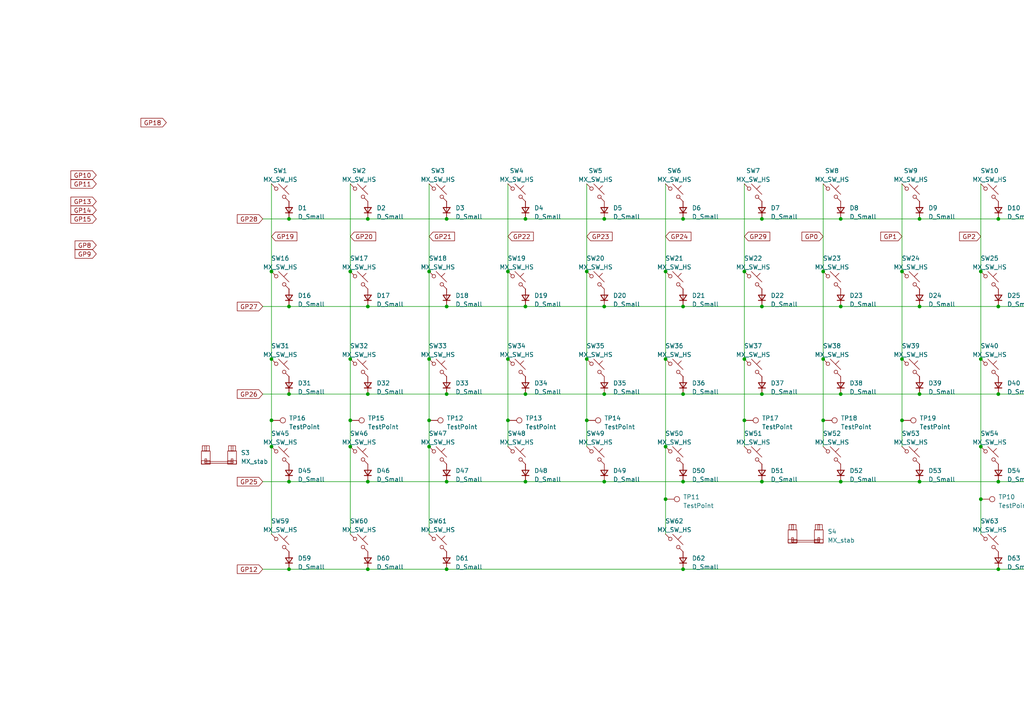
<source format=kicad_sch>
(kicad_sch (version 20230121) (generator eeschema)
  (paper "A4")
  (lib_symbols
    (symbol "Connector:TestPoint" (pin_numbers hide) (pin_names (offset 0.762) hide)
      (property "Reference" "TP" (at 0 6.858 0))
      (property "Value" "TestPoint" (at 0 5.08 0))
      (symbol "TestPoint_1_1"
        (pin passive line (at 0 0 90) (length 2.54) (name "1") (number "1"))
      )
    )
    (symbol "Device:D_Small" (pin_numbers hide) (pin_names (offset 0.254) hide)
      (property "Reference" "D" (at -1.27 2.032 0))
      (property "Value" "D_Small" (at -3.81 -2.032 0))
      (symbol "D_Small_1_1"
        (pin passive line (at -2.54 0 0) (length 1.778) (name "K") (number "1"))
        (pin passive line (at 2.54 0 180) (length 1.778) (name "A") (number "2"))
      )
    )
    (symbol "PCM_marbastlib-various:ROT_SKYLOONG_HS-Switch" (pin_names hide) (in_bom no)
      (property "Reference" "SW" (at 0 8.89 0))
      (property "Value" "ROT_SKYLOONG_HS" (at 0 6.35 0))
      (symbol "ROT_SKYLOONG_HS-Switch_1_1"
        (pin passive line (at -7.62 2.54 0) (length 2.54) (name "A") (number "A"))
        (pin passive line (at -7.62 -2.54 0) (length 2.54) (name "B") (number "B"))
        (pin passive line (at -7.62 0 0) (length 2.54) (name "C") (number "C"))
        (pin passive line (at 7.62 2.54 180) (length 2.54) (name "S") (number "S"))
      )
    )
    (symbol "marbastlib-mx:MX_SW_HS" (pin_numbers hide) (pin_names (offset 1.016) hide)
      (property "Reference" "SW" (at 3.048 1.016 0))
      (property "Value" "MX_SW_HS" (at 0 -3.81 0))
      (symbol "MX_SW_HS_0_1"
        (pin passive line (at -2.54 2.54 0) (length 0) (name "1") (number "1"))
        (pin passive line (at 2.54 -2.54 180) (length 0) (name "2") (number "2"))
      )
    )
    (symbol "marbastlib-mx:MX_stab" (pin_names (offset 1.016))
      (property "Reference" "S" (at -5.08 6.35 0))
      (property "Value" "MX_stab" (at -5.08 3.81 0))
    )
  )
  (junction (at 170.18 78.74))
  (junction (at 353.06 144.78))
  (junction (at 335.28 139.7))
  (junction (at 83.82 114.3))
  (junction (at 220.98 114.3))
  (junction (at 358.14 165.1))
  (junction (at 353.06 104.14))
  (junction (at 238.76 104.14))
  (junction (at 266.7 63.5))
  (junction (at 198.12 139.7))
  (junction (at 129.54 165.1))
  (junction (at 106.68 165.1))
  (junction (at 289.56 63.5))
  (junction (at 284.48 129.54))
  (junction (at 330.2 144.78))
  (junction (at 193.04 78.74))
  (junction (at 147.32 78.74))
  (junction (at 152.4 114.3))
  (junction (at 129.54 114.3))
  (junction (at 147.32 121.92))
  (junction (at 312.42 139.7))
  (junction (at 307.34 78.74))
  (junction (at 261.62 104.14))
  (junction (at 220.98 139.7))
  (junction (at 175.26 63.5))
  (junction (at 266.7 88.9))
  (junction (at 289.56 114.3))
  (junction (at 106.68 139.7))
  (junction (at 330.2 104.14))
  (junction (at 220.98 88.9))
  (junction (at 152.4 63.5))
  (junction (at 243.84 63.5))
  (junction (at 358.14 63.5))
  (junction (at 307.34 129.54))
  (junction (at 289.56 165.1))
  (junction (at 289.56 139.7))
  (junction (at 193.04 144.78))
  (junction (at 83.82 88.9))
  (junction (at 284.48 104.14))
  (junction (at 403.86 88.9))
  (junction (at 330.2 129.54))
  (junction (at 335.28 114.3))
  (junction (at 198.12 114.3))
  (junction (at 198.12 165.1))
  (junction (at 353.06 78.74))
  (junction (at 375.92 71.12))
  (junction (at 381 88.9))
  (junction (at 353.06 129.54))
  (junction (at 284.48 144.78))
  (junction (at 398.78 78.74))
  (junction (at 170.18 104.14))
  (junction (at 358.14 139.7))
  (junction (at 193.04 129.54))
  (junction (at 312.42 165.1))
  (junction (at 78.74 121.92))
  (junction (at 307.34 144.78))
  (junction (at 243.84 139.7))
  (junction (at 284.48 78.74))
  (junction (at 261.62 78.74))
  (junction (at 238.76 78.74))
  (junction (at 403.86 139.7))
  (junction (at 243.84 88.9))
  (junction (at 101.6 121.92))
  (junction (at 238.76 121.92))
  (junction (at 243.84 114.3))
  (junction (at 124.46 104.14))
  (junction (at 335.28 63.5))
  (junction (at 261.62 121.92))
  (junction (at 398.78 129.54))
  (junction (at 101.6 104.14))
  (junction (at 403.86 165.1))
  (junction (at 335.28 88.9))
  (junction (at 312.42 88.9))
  (junction (at 358.14 88.9))
  (junction (at 152.4 139.7))
  (junction (at 78.74 129.54))
  (junction (at 289.56 88.9))
  (junction (at 124.46 78.74))
  (junction (at 106.68 88.9))
  (junction (at 124.46 121.92))
  (junction (at 312.42 114.3))
  (junction (at 78.74 104.14))
  (junction (at 312.42 63.5))
  (junction (at 101.6 78.74))
  (junction (at 398.78 144.78))
  (junction (at 175.26 88.9))
  (junction (at 266.7 139.7))
  (junction (at 398.78 104.14))
  (junction (at 175.26 139.7))
  (junction (at 170.18 121.92))
  (junction (at 220.98 63.5))
  (junction (at 175.26 114.3))
  (junction (at 83.82 63.5))
  (junction (at 403.86 114.3))
  (junction (at 215.9 78.74))
  (junction (at 124.46 129.54))
  (junction (at 129.54 88.9))
  (junction (at 215.9 121.92))
  (junction (at 129.54 139.7))
  (junction (at 83.82 139.7))
  (junction (at 266.7 114.3))
  (junction (at 106.68 63.5))
  (junction (at 403.86 63.5))
  (junction (at 83.82 165.1))
  (junction (at 198.12 88.9))
  (junction (at 307.34 104.14))
  (junction (at 106.68 114.3))
  (junction (at 193.04 104.14))
  (junction (at 198.12 63.5))
  (junction (at 335.28 165.1))
  (junction (at 330.2 78.74))
  (junction (at 101.6 129.54))
  (junction (at 129.54 63.5))
  (junction (at 147.32 104.14))
  (junction (at 78.74 78.74))
  (junction (at 152.4 88.9))
  (junction (at 381 63.5))
  (junction (at 215.9 104.14))
  (junction (at 358.14 114.3))
  (no_connect (at 312.42 177.8))
  (no_connect (at 312.42 182.88))
  (no_connect (at 299.72 177.8))
  (no_connect (at 325.12 177.8))
  (no_connect (at 325.12 182.88))
  (no_connect (at 337.82 177.8))
  (no_connect (at 337.82 182.88))
  (no_connect (at 299.72 182.88))
  (wire (pts (xy 175.26 139.7) (xy 198.12 139.7)))
  (wire (pts (xy 198.12 165.1) (xy 289.56 165.1)))
  (wire (pts (xy 101.6 78.74) (xy 101.6 104.14)))
  (wire (pts (xy 193.04 78.74) (xy 193.04 104.14)))
  (wire (pts (xy 152.4 139.7) (xy 175.26 139.7)))
  (wire (pts (xy 170.18 53.34) (xy 170.18 78.74)))
  (wire (pts (xy 289.56 114.3) (xy 312.42 114.3)))
  (wire (pts (xy 335.28 114.3) (xy 358.14 114.3)))
  (wire (pts (xy 358.14 139.7) (xy 403.86 139.7)))
  (wire (pts (xy 419.1 165.1) (xy 403.86 165.1)))
  (wire (pts (xy 289.56 139.7) (xy 312.42 139.7)))
  (wire (pts (xy 78.74 104.14) (xy 78.74 121.92)))
  (wire (pts (xy 106.68 63.5) (xy 129.54 63.5)))
  (wire (pts (xy 193.04 53.34) (xy 193.04 78.74)))
  (wire (pts (xy 243.84 139.7) (xy 266.7 139.7)))
  (wire (pts (xy 129.54 88.9) (xy 152.4 88.9)))
  (wire (pts (xy 307.34 104.14) (xy 307.34 129.54)))
  (wire (pts (xy 193.04 129.54) (xy 193.04 144.78)))
  (wire (pts (xy 398.78 129.54) (xy 398.78 144.78)))
  (wire (pts (xy 175.26 114.3) (xy 198.12 114.3)))
  (wire (pts (xy 175.26 63.5) (xy 198.12 63.5)))
  (wire (pts (xy 175.26 88.9) (xy 198.12 88.9)))
  (wire (pts (xy 358.14 114.3) (xy 403.86 114.3)))
  (wire (pts (xy 198.12 63.5) (xy 220.98 63.5)))
  (wire (pts (xy 220.98 63.5) (xy 243.84 63.5)))
  (wire (pts (xy 289.56 165.1) (xy 312.42 165.1)))
  (wire (pts (xy 124.46 78.74) (xy 124.46 104.14)))
  (wire (pts (xy 76.2 63.5) (xy 83.82 63.5)))
  (wire (pts (xy 398.78 53.34) (xy 398.78 78.74)))
  (wire (pts (xy 101.6 104.14) (xy 101.6 121.92)))
  (wire (pts (xy 243.84 114.3) (xy 266.7 114.3)))
  (wire (pts (xy 83.82 63.5) (xy 106.68 63.5)))
  (wire (pts (xy 353.06 104.14) (xy 353.06 129.54)))
  (wire (pts (xy 358.14 88.9) (xy 381 88.9)))
  (wire (pts (xy 243.84 88.9) (xy 266.7 88.9)))
  (wire (pts (xy 147.32 53.34) (xy 147.32 78.74)))
  (wire (pts (xy 101.6 121.92) (xy 101.6 129.54)))
  (wire (pts (xy 124.46 53.34) (xy 124.46 78.74)))
  (wire (pts (xy 106.68 88.9) (xy 129.54 88.9)))
  (wire (pts (xy 398.78 78.74) (xy 398.78 104.14)))
  (wire (pts (xy 83.82 165.1) (xy 106.68 165.1)))
  (wire (pts (xy 238.76 78.74) (xy 238.76 104.14)))
  (wire (pts (xy 76.2 114.3) (xy 83.82 114.3)))
  (wire (pts (xy 375.92 53.34) (xy 375.92 71.12)))
  (wire (pts (xy 284.48 53.34) (xy 284.48 78.74)))
  (wire (pts (xy 220.98 139.7) (xy 243.84 139.7)))
  (wire (pts (xy 76.2 139.7) (xy 83.82 139.7)))
  (wire (pts (xy 312.42 165.1) (xy 335.28 165.1)))
  (wire (pts (xy 106.68 114.3) (xy 129.54 114.3)))
  (wire (pts (xy 284.48 104.14) (xy 284.48 129.54)))
  (wire (pts (xy 335.28 88.9) (xy 358.14 88.9)))
  (wire (pts (xy 312.42 139.7) (xy 335.28 139.7)))
  (wire (pts (xy 170.18 104.14) (xy 170.18 121.92)))
  (wire (pts (xy 307.34 53.34) (xy 307.34 78.74)))
  (wire (pts (xy 312.42 63.5) (xy 335.28 63.5)))
  (wire (pts (xy 78.74 129.54) (xy 78.74 154.94)))
  (wire (pts (xy 147.32 78.74) (xy 147.32 104.14)))
  (wire (pts (xy 129.54 63.5) (xy 152.4 63.5)))
  (wire (pts (xy 312.42 114.3) (xy 335.28 114.3)))
  (wire (pts (xy 266.7 88.9) (xy 289.56 88.9)))
  (wire (pts (xy 76.2 88.9) (xy 83.82 88.9)))
  (wire (pts (xy 220.98 114.3) (xy 243.84 114.3)))
  (wire (pts (xy 261.62 121.92) (xy 261.62 129.54)))
  (wire (pts (xy 215.9 104.14) (xy 215.9 121.92)))
  (wire (pts (xy 353.06 53.34) (xy 353.06 78.74)))
  (wire (pts (xy 101.6 129.54) (xy 101.6 154.94)))
  (wire (pts (xy 238.76 104.14) (xy 238.76 121.92)))
  (wire (pts (xy 284.48 129.54) (xy 284.48 144.78)))
  (wire (pts (xy 101.6 53.34) (xy 101.6 78.74)))
  (wire (pts (xy 398.78 144.78) (xy 398.78 154.94)))
  (wire (pts (xy 83.82 88.9) (xy 106.68 88.9)))
  (wire (pts (xy 78.74 121.92) (xy 78.74 129.54)))
  (wire (pts (xy 152.4 63.5) (xy 175.26 63.5)))
  (wire (pts (xy 335.28 63.5) (xy 358.14 63.5)))
  (wire (pts (xy 312.42 88.9) (xy 335.28 88.9)))
  (wire (pts (xy 330.2 129.54) (xy 330.2 144.78)))
  (wire (pts (xy 330.2 53.34) (xy 330.2 78.74)))
  (wire (pts (xy 124.46 129.54) (xy 124.46 154.94)))
  (wire (pts (xy 266.7 139.7) (xy 289.56 139.7)))
  (wire (pts (xy 419.1 88.9) (xy 403.86 88.9)))
  (wire (pts (xy 215.9 121.92) (xy 215.9 129.54)))
  (wire (pts (xy 266.7 114.3) (xy 289.56 114.3)))
  (wire (pts (xy 289.56 63.5) (xy 312.42 63.5)))
  (wire (pts (xy 78.74 78.74) (xy 78.74 104.14)))
  (wire (pts (xy 193.04 104.14) (xy 193.04 129.54)))
  (wire (pts (xy 353.06 129.54) (xy 353.06 144.78)))
  (wire (pts (xy 124.46 121.92) (xy 124.46 129.54)))
  (wire (pts (xy 129.54 139.7) (xy 152.4 139.7)))
  (wire (pts (xy 375.92 71.12) (xy 375.92 78.74)))
  (wire (pts (xy 243.84 63.5) (xy 266.7 63.5)))
  (wire (pts (xy 78.74 53.34) (xy 78.74 78.74)))
  (wire (pts (xy 335.28 165.1) (xy 358.14 165.1)))
  (wire (pts (xy 198.12 114.3) (xy 220.98 114.3)))
  (wire (pts (xy 266.7 63.5) (xy 289.56 63.5)))
  (wire (pts (xy 261.62 53.34) (xy 261.62 78.74)))
  (wire (pts (xy 152.4 114.3) (xy 175.26 114.3)))
  (wire (pts (xy 358.14 165.1) (xy 403.86 165.1)))
  (wire (pts (xy 284.48 78.74) (xy 284.48 104.14)))
  (wire (pts (xy 419.1 139.7) (xy 403.86 139.7)))
  (wire (pts (xy 83.82 114.3) (xy 106.68 114.3)))
  (wire (pts (xy 358.14 63.5) (xy 381 63.5)))
  (wire (pts (xy 353.06 144.78) (xy 353.06 154.94)))
  (wire (pts (xy 198.12 139.7) (xy 220.98 139.7)))
  (wire (pts (xy 76.2 165.1) (xy 83.82 165.1)))
  (wire (pts (xy 106.68 165.1) (xy 129.54 165.1)))
  (wire (pts (xy 381 63.5) (xy 403.86 63.5)))
  (wire (pts (xy 238.76 53.34) (xy 238.76 78.74)))
  (wire (pts (xy 198.12 88.9) (xy 220.98 88.9)))
  (wire (pts (xy 330.2 144.78) (xy 330.2 154.94)))
  (wire (pts (xy 215.9 78.74) (xy 215.9 104.14)))
  (wire (pts (xy 261.62 104.14) (xy 261.62 121.92)))
  (wire (pts (xy 83.82 139.7) (xy 106.68 139.7)))
  (wire (pts (xy 330.2 78.74) (xy 330.2 104.14)))
  (wire (pts (xy 307.34 144.78) (xy 307.34 154.94)))
  (wire (pts (xy 129.54 165.1) (xy 198.12 165.1)))
  (wire (pts (xy 220.98 88.9) (xy 243.84 88.9)))
  (wire (pts (xy 147.32 104.14) (xy 147.32 121.92)))
  (wire (pts (xy 193.04 144.78) (xy 193.04 154.94)))
  (wire (pts (xy 129.54 114.3) (xy 152.4 114.3)))
  (wire (pts (xy 381 88.9) (xy 403.86 88.9)))
  (wire (pts (xy 307.34 129.54) (xy 307.34 144.78)))
  (wire (pts (xy 335.28 139.7) (xy 358.14 139.7)))
  (wire (pts (xy 238.76 121.92) (xy 238.76 129.54)))
  (wire (pts (xy 419.1 114.3) (xy 403.86 114.3)))
  (wire (pts (xy 170.18 78.74) (xy 170.18 104.14)))
  (wire (pts (xy 284.48 144.78) (xy 284.48 154.94)))
  (wire (pts (xy 261.62 78.74) (xy 261.62 104.14)))
  (wire (pts (xy 147.32 121.92) (xy 147.32 129.54)))
  (wire (pts (xy 330.2 104.14) (xy 330.2 129.54)))
  (wire (pts (xy 307.34 78.74) (xy 307.34 104.14)))
  (wire (pts (xy 106.68 139.7) (xy 129.54 139.7)))
  (wire (pts (xy 170.18 121.92) (xy 170.18 129.54)))
  (wire (pts (xy 124.46 104.14) (xy 124.46 121.92)))
  (wire (pts (xy 289.56 88.9) (xy 312.42 88.9)))
  (wire (pts (xy 353.06 78.74) (xy 353.06 104.14)))
  (wire (pts (xy 398.78 104.14) (xy 398.78 129.54)))
  (wire (pts (xy 215.9 53.34) (xy 215.9 78.74)))
  (wire (pts (xy 403.86 63.5) (xy 419.1 63.5)))
  (wire (pts (xy 152.4 88.9) (xy 175.26 88.9)))
  (global_label "GP21" (shape input) (at 124.46 68.58 0) (property "Intersheetrefs" "${INTERSHEET_REFS}" (effects hide)))
  (global_label "GP5" (shape input) (at 353.06 68.58 180) (property "Intersheetrefs" "${INTERSHEET_REFS}" (effects hide)))
  (global_label "GP15" (shape input) (at 27.94 63.5 180) (property "Intersheetrefs" "${INTERSHEET_REFS}" (effects hide)))
  (global_label "GP2" (shape input) (at 284.48 68.58 180) (property "Intersheetrefs" "${INTERSHEET_REFS}" (effects hide)))
  (global_label "GP27" (shape input) (at 76.2 88.9 180) (property "Intersheetrefs" "${INTERSHEET_REFS}" (effects hide)))
  (global_label "GP25" (shape input) (at 76.2 139.7 180) (property "Intersheetrefs" "${INTERSHEET_REFS}" (effects hide)))
  (global_label "GP18" (shape input) (at 48.26 35.56 180) (property "Intersheetrefs" "${INTERSHEET_REFS}" (effects hide)))
  (global_label "GP14" (shape input) (at 27.94 60.96 180) (property "Intersheetrefs" "${INTERSHEET_REFS}" (effects hide)))
  (global_label "GP24" (shape input) (at 193.04 68.58 0) (property "Intersheetrefs" "${INTERSHEET_REFS}" (effects hide)))
  (global_label "GP19" (shape input) (at 78.74 68.58 0) (property "Intersheetrefs" "${INTERSHEET_REFS}" (effects hide)))
  (global_label "GP23" (shape input) (at 170.18 68.58 0) (property "Intersheetrefs" "${INTERSHEET_REFS}" (effects hide)))
  (global_label "GP6" (shape input) (at 375.92 68.58 180) (property "Intersheetrefs" "${INTERSHEET_REFS}" (effects hide)))
  (global_label "GP12" (shape input) (at 76.2 165.1 180) (property "Intersheetrefs" "${INTERSHEET_REFS}" (effects hide)))
  (global_label "GP1" (shape input) (at 261.62 68.58 180) (property "Intersheetrefs" "${INTERSHEET_REFS}" (effects hide)))
  (global_label "GP26" (shape input) (at 76.2 114.3 180) (property "Intersheetrefs" "${INTERSHEET_REFS}" (effects hide)))
  (global_label "GP11" (shape input) (at 27.94 53.34 180) (property "Intersheetrefs" "${INTERSHEET_REFS}" (effects hide)))
  (global_label "GP4" (shape input) (at 330.2 68.58 180) (property "Intersheetrefs" "${INTERSHEET_REFS}" (effects hide)))
  (global_label "GP8" (shape input) (at 27.94 71.12 180) (property "Intersheetrefs" "${INTERSHEET_REFS}" (effects hide)))
  (global_label "GP13" (shape input) (at 27.94 58.42 180) (property "Intersheetrefs" "${INTERSHEET_REFS}" (effects hide)))
  (global_label "GP20" (shape input) (at 101.6 68.58 0) (property "Intersheetrefs" "${INTERSHEET_REFS}" (effects hide)))
  (global_label "GP28" (shape input) (at 76.2 63.5 180) (property "Intersheetrefs" "${INTERSHEET_REFS}" (effects hide)))
  (global_label "GP0" (shape input) (at 238.76 68.58 180) (property "Intersheetrefs" "${INTERSHEET_REFS}" (effects hide)))
  (global_label "GP7" (shape input) (at 398.78 68.58 180) (property "Intersheetrefs" "${INTERSHEET_REFS}" (effects hide)))
  (global_label "GP29" (shape input) (at 215.9 68.58 0) (property "Intersheetrefs" "${INTERSHEET_REFS}" (effects hide)))
  (global_label "GP3" (shape input) (at 307.34 68.58 180) (property "Intersheetrefs" "${INTERSHEET_REFS}" (effects hide)))
  (global_label "GP22" (shape input) (at 147.32 68.58 0) (property "Intersheetrefs" "${INTERSHEET_REFS}" (effects hide)))
  (global_label "GP10" (shape input) (at 27.94 50.8 180) (property "Intersheetrefs" "${INTERSHEET_REFS}" (effects hide)))
  (global_label "GP9" (shape input) (at 27.94 73.66 180) (property "Intersheetrefs" "${INTERSHEET_REFS}" (effects hide)))
  (symbol (lib_id "Connector:TestPoint") (at 330.2 144.78 270) (unit 1)
    (property "Reference" "TP8" (at 335.28 144.145 90) (effects (justify left)))
    (property "Value" "TestPoint" (at 335.28 146.685 90) (effects (justify left)))
    (property "Footprint" "TestPoint:TestPoint_THTPad_2.0x2.0mm_Drill1.0mm" (effects hide))
  )
  (symbol (lib_id "Device:D_Small") (at 243.84 137.16 90) (unit 1)
    (property "Reference" "D52" (at 246.38 136.525 90) (effects (justify right)))
    (property "Value" "D_Small" (at 246.38 139.065 90) (effects (justify right)))
    (property "Footprint" "Diode_SMD:D_SOD-123" (effects hide))
    (property "Sim.Device" "D" (effects hide))
    (property "Sim.Pins" "1=K 2=A" (effects hide))
  )
  (symbol (lib_id "marbastlib-mx:MX_SW_HS") (at 218.44 55.88 0) (unit 1)
    (property "Reference" "SW7" (at 218.44 49.53 0))
    (property "Value" "MX_SW_HS" (at 218.44 52.07 0))
    (property "Footprint" "marbastlib-mx:SW_MX_HS_1u" (effects hide))
  )
  (symbol (lib_id "marbastlib-mx:MX_SW_HS") (at 149.86 55.88 0) (unit 1)
    (property "Reference" "SW4" (at 149.86 49.53 0))
    (property "Value" "MX_SW_HS" (at 149.86 52.07 0))
    (property "Footprint" "marbastlib-mx:SW_MX_HS_1u" (effects hide))
  )
  (symbol (lib_id "Device:D_Small") (at 152.4 60.96 90) (unit 1)
    (property "Reference" "D4" (at 154.94 60.325 90) (effects (justify right)))
    (property "Value" "D_Small" (at 154.94 62.865 90) (effects (justify right)))
    (property "Footprint" "Diode_SMD:D_SOD-123" (effects hide))
    (property "Sim.Device" "D" (effects hide))
    (property "Sim.Pins" "1=K 2=A" (effects hide))
  )
  (symbol (lib_id "Device:D_Small") (at 312.42 180.34 90) (unit 1)
    (property "Reference" "D70" (at 314.96 179.705 90) (effects (justify right)))
    (property "Value" "D_Small" (at 314.96 182.245 90) (effects (justify right)))
    (property "Footprint" "Diode_SMD:D_SOD-123" (effects hide))
    (property "Sim.Device" "D" (effects hide))
    (property "Sim.Pins" "1=K 2=A" (effects hide))
  )
  (symbol (lib_id "marbastlib-mx:MX_SW_HS") (at 264.16 132.08 0) (unit 1)
    (property "Reference" "SW53" (at 264.16 125.73 0))
    (property "Value" "MX_SW_HS" (at 264.16 128.27 0))
    (property "Footprint" "marbastlib-mx:SW_MX_HS_1u" (effects hide))
  )
  (symbol (lib_id "Device:D_Small") (at 403.86 111.76 90) (unit 1)
    (property "Reference" "D44" (at 406.4 111.125 90) (effects (justify right)))
    (property "Value" "D_Small" (at 406.4 113.665 90) (effects (justify right)))
    (property "Footprint" "Diode_SMD:D_SOD-123" (effects hide))
    (property "Sim.Device" "D" (effects hide))
    (property "Sim.Pins" "1=K 2=A" (effects hide))
  )
  (symbol (lib_id "Device:D_Small") (at 106.68 162.56 90) (unit 1)
    (property "Reference" "D60" (at 109.22 161.925 90) (effects (justify right)))
    (property "Value" "D_Small" (at 109.22 164.465 90) (effects (justify right)))
    (property "Footprint" "Diode_SMD:D_SOD-123" (effects hide))
    (property "Sim.Device" "D" (effects hide))
    (property "Sim.Pins" "1=K 2=A" (effects hide))
  )
  (symbol (lib_id "Device:D_Small") (at 220.98 111.76 90) (unit 1)
    (property "Reference" "D37" (at 223.52 111.125 90) (effects (justify right)))
    (property "Value" "D_Small" (at 223.52 113.665 90) (effects (justify right)))
    (property "Footprint" "Diode_SMD:D_SOD-123" (effects hide))
    (property "Sim.Device" "D" (effects hide))
    (property "Sim.Pins" "1=K 2=A" (effects hide))
  )
  (symbol (lib_id "Device:D_Small") (at 381 86.36 90) (unit 1)
    (property "Reference" "D29" (at 383.54 85.725 90) (effects (justify right)))
    (property "Value" "D_Small" (at 383.54 88.265 90) (effects (justify right)))
    (property "Footprint" "Diode_SMD:D_SOD-123" (effects hide))
    (property "Sim.Device" "D" (effects hide))
    (property "Sim.Pins" "1=K 2=A" (effects hide))
  )
  (symbol (lib_id "marbastlib-mx:MX_SW_HS") (at 149.86 106.68 0) (unit 1)
    (property "Reference" "SW34" (at 149.86 100.33 0))
    (property "Value" "MX_SW_HS" (at 149.86 102.87 0))
    (property "Footprint" "marbastlib-mx:SW_MX_HS_1u" (effects hide))
  )
  (symbol (lib_id "Device:D_Small") (at 175.26 60.96 90) (unit 1)
    (property "Reference" "D5" (at 177.8 60.325 90) (effects (justify right)))
    (property "Value" "D_Small" (at 177.8 62.865 90) (effects (justify right)))
    (property "Footprint" "Diode_SMD:D_SOD-123" (effects hide))
    (property "Sim.Device" "D" (effects hide))
    (property "Sim.Pins" "1=K 2=A" (effects hide))
  )
  (symbol (lib_id "Device:D_Small") (at 325.12 180.34 90) (unit 1)
    (property "Reference" "D71" (at 327.66 179.705 90) (effects (justify right)))
    (property "Value" "D_Small" (at 327.66 182.245 90) (effects (justify right)))
    (property "Footprint" "Diode_SMD:D_SOD-123" (effects hide))
    (property "Sim.Device" "D" (effects hide))
    (property "Sim.Pins" "1=K 2=A" (effects hide))
  )
  (symbol (lib_id "marbastlib-mx:MX_SW_HS") (at 81.28 81.28 0) (unit 1)
    (property "Reference" "SW16" (at 81.28 74.93 0))
    (property "Value" "MX_SW_HS" (at 81.28 77.47 0))
    (property "Footprint" "marbastlib-mx:SW_MX_HS_1.5u" (effects hide))
  )
  (symbol (lib_id "Connector:TestPoint") (at 170.18 121.92 270) (unit 1)
    (property "Reference" "TP14" (at 175.26 121.285 90) (effects (justify left)))
    (property "Value" "TestPoint" (at 175.26 123.825 90) (effects (justify left)))
    (property "Footprint" "TestPoint:TestPoint_THTPad_2.0x2.0mm_Drill1.0mm" (effects hide))
  )
  (symbol (lib_id "marbastlib-mx:MX_SW_HS") (at 401.32 132.08 0) (unit 1)
    (property "Reference" "SW58" (at 401.32 125.73 0))
    (property "Value" "MX_SW_HS" (at 401.32 128.27 0))
    (property "Footprint" "marbastlib-mx:SW_MX_HS_1u" (effects hide))
  )
  (symbol (lib_id "Connector:TestPoint") (at 284.48 144.78 270) (unit 1)
    (property "Reference" "TP10" (at 289.56 144.145 90) (effects (justify left)))
    (property "Value" "TestPoint" (at 289.56 146.685 90) (effects (justify left)))
    (property "Footprint" "TestPoint:TestPoint_THTPad_2.0x2.0mm_Drill1.0mm" (effects hide))
  )
  (symbol (lib_id "Device:D_Small") (at 175.26 86.36 90) (unit 1)
    (property "Reference" "D20" (at 177.8 85.725 90) (effects (justify right)))
    (property "Value" "D_Small" (at 177.8 88.265 90) (effects (justify right)))
    (property "Footprint" "Diode_SMD:D_SOD-123" (effects hide))
    (property "Sim.Device" "D" (effects hide))
    (property "Sim.Pins" "1=K 2=A" (effects hide))
  )
  (symbol (lib_id "Device:D_Small") (at 403.86 86.36 90) (unit 1)
    (property "Reference" "D30" (at 406.4 85.725 90) (effects (justify right)))
    (property "Value" "D_Small" (at 406.4 88.265 90) (effects (justify right)))
    (property "Footprint" "Diode_SMD:D_SOD-123" (effects hide))
    (property "Sim.Device" "D" (effects hide))
    (property "Sim.Pins" "1=K 2=A" (effects hide))
  )
  (symbol (lib_id "marbastlib-mx:MX_SW_HS") (at 104.14 55.88 0) (unit 1)
    (property "Reference" "SW2" (at 104.14 49.53 0))
    (property "Value" "MX_SW_HS" (at 104.14 52.07 0))
    (property "Footprint" "marbastlib-mx:SW_MX_HS_1u" (effects hide))
  )
  (symbol (lib_id "Device:D_Small") (at 106.68 137.16 90) (unit 1)
    (property "Reference" "D46" (at 109.22 136.525 90) (effects (justify right)))
    (property "Value" "D_Small" (at 109.22 139.065 90) (effects (justify right)))
    (property "Footprint" "Diode_SMD:D_SOD-123" (effects hide))
    (property "Sim.Device" "D" (effects hide))
    (property "Sim.Pins" "1=K 2=A" (effects hide))
  )
  (symbol (lib_id "marbastlib-mx:MX_SW_HS") (at 355.6 132.08 0) (unit 1)
    (property "Reference" "SW57" (at 355.6 125.73 0))
    (property "Value" "MX_SW_HS" (at 355.6 128.27 0))
    (property "Footprint" "marbastlib-mx:SW_MX_HS_1u" (effects hide))
  )
  (symbol (lib_id "Device:D_Small") (at 403.86 162.56 90) (unit 1)
    (property "Reference" "D67" (at 406.4 161.925 90) (effects (justify right)))
    (property "Value" "D_Small" (at 406.4 164.465 90) (effects (justify right)))
    (property "Footprint" "Diode_SMD:D_SOD-123" (effects hide))
    (property "Sim.Device" "D" (effects hide))
    (property "Sim.Pins" "1=K 2=A" (effects hide))
  )
  (symbol (lib_id "Device:D_Small") (at 335.28 111.76 90) (unit 1)
    (property "Reference" "D42" (at 337.82 111.125 90) (effects (justify right)))
    (property "Value" "D_Small" (at 337.82 113.665 90) (effects (justify right)))
    (property "Footprint" "Diode_SMD:D_SOD-123" (effects hide))
    (property "Sim.Device" "D" (effects hide))
    (property "Sim.Pins" "1=K 2=A" (effects hide))
  )
  (symbol (lib_id "marbastlib-mx:MX_SW_HS") (at 332.74 55.88 0) (unit 1)
    (property "Reference" "SW12" (at 332.74 49.53 0))
    (property "Value" "MX_SW_HS" (at 332.74 52.07 0))
    (property "Footprint" "marbastlib-mx:SW_MX_HS_1u" (effects hide))
  )
  (symbol (lib_id "Connector:TestPoint") (at 419.1 88.9 0) (unit 1)
    (property "Reference" "TP2" (at 421.64 84.963 0) (effects (justify left)))
    (property "Value" "TestPoint" (at 421.64 87.503 0) (effects (justify left)))
    (property "Footprint" "TestPoint:TestPoint_THTPad_2.0x2.0mm_Drill1.0mm" (effects hide))
  )
  (symbol (lib_id "Device:D_Small") (at 152.4 137.16 90) (unit 1)
    (property "Reference" "D48" (at 154.94 136.525 90) (effects (justify right)))
    (property "Value" "D_Small" (at 154.94 139.065 90) (effects (justify right)))
    (property "Footprint" "Diode_SMD:D_SOD-123" (effects hide))
    (property "Sim.Device" "D" (effects hide))
    (property "Sim.Pins" "1=K 2=A" (effects hide))
  )
  (symbol (lib_id "marbastlib-mx:MX_SW_HS") (at 127 106.68 0) (unit 1)
    (property "Reference" "SW33" (at 127 100.33 0))
    (property "Value" "MX_SW_HS" (at 127 102.87 0))
    (property "Footprint" "marbastlib-mx:SW_MX_HS_1u" (effects hide))
  )
  (symbol (lib_id "Device:D_Small") (at 152.4 86.36 90) (unit 1)
    (property "Reference" "D19" (at 154.94 85.725 90) (effects (justify right)))
    (property "Value" "D_Small" (at 154.94 88.265 90) (effects (justify right)))
    (property "Footprint" "Diode_SMD:D_SOD-123" (effects hide))
    (property "Sim.Device" "D" (effects hide))
    (property "Sim.Pins" "1=K 2=A" (effects hide))
  )
  (symbol (lib_id "Device:D_Small") (at 335.28 162.56 90) (unit 1)
    (property "Reference" "D65" (at 337.82 161.925 90) (effects (justify right)))
    (property "Value" "D_Small" (at 337.82 164.465 90) (effects (justify right)))
    (property "Footprint" "Diode_SMD:D_SOD-123" (effects hide))
    (property "Sim.Device" "D" (effects hide))
    (property "Sim.Pins" "1=K 2=A" (effects hide))
  )
  (symbol (lib_id "marbastlib-mx:MX_SW_HS") (at 309.88 132.08 0) (unit 1)
    (property "Reference" "SW55" (at 309.88 125.73 0))
    (property "Value" "MX_SW_HS" (at 309.88 128.27 0))
    (property "Footprint" "marbastlib-mx:SW_MX_HS_1u" (effects hide))
  )
  (symbol (lib_id "marbastlib-mx:MX_SW_HS") (at 81.28 106.68 0) (unit 1)
    (property "Reference" "SW31" (at 81.28 100.33 0))
    (property "Value" "MX_SW_HS" (at 81.28 102.87 0))
    (property "Footprint" "marbastlib-mx:SW_MX_HS_1.75u" (effects hide))
  )
  (symbol (lib_id "Device:D_Small") (at 381 60.96 90) (unit 1)
    (property "Reference" "D14" (at 383.54 60.325 90) (effects (justify right)))
    (property "Value" "D_Small" (at 383.54 62.865 90) (effects (justify right)))
    (property "Footprint" "Diode_SMD:D_SOD-123" (effects hide))
    (property "Sim.Device" "D" (effects hide))
    (property "Sim.Pins" "1=K 2=A" (effects hide))
  )
  (symbol (lib_id "marbastlib-mx:MX_SW_HS") (at 241.3 106.68 0) (unit 1)
    (property "Reference" "SW38" (at 241.3 100.33 0))
    (property "Value" "MX_SW_HS" (at 241.3 102.87 0))
    (property "Footprint" "marbastlib-mx:SW_MX_HS_1u" (effects hide))
  )
  (symbol (lib_id "marbastlib-mx:MX_SW_HS") (at 401.32 55.88 0) (unit 1)
    (property "Reference" "SW15" (at 401.32 49.53 0))
    (property "Value" "MX_SW_HS" (at 401.32 52.07 0))
    (property "Footprint" "marbastlib-mx:SW_MX_HS_1u" (effects hide))
  )
  (symbol (lib_id "Device:D_Small") (at 289.56 111.76 90) (unit 1)
    (property "Reference" "D40" (at 292.1 111.125 90) (effects (justify right)))
    (property "Value" "D_Small" (at 292.1 113.665 90) (effects (justify right)))
    (property "Footprint" "Diode_SMD:D_SOD-123" (effects hide))
    (property "Sim.Device" "D" (effects hide))
    (property "Sim.Pins" "1=K 2=A" (effects hide))
  )
  (symbol (lib_id "Device:D_Small") (at 83.82 162.56 90) (unit 1)
    (property "Reference" "D59" (at 86.36 161.925 90) (effects (justify right)))
    (property "Value" "D_Small" (at 86.36 164.465 90) (effects (justify right)))
    (property "Footprint" "Diode_SMD:D_SOD-123" (effects hide))
    (property "Sim.Device" "D" (effects hide))
    (property "Sim.Pins" "1=K 2=A" (effects hide))
  )
  (symbol (lib_id "Device:D_Small") (at 129.54 137.16 90) (unit 1)
    (property "Reference" "D47" (at 132.08 136.525 90) (effects (justify right)))
    (property "Value" "D_Small" (at 132.08 139.065 90) (effects (justify right)))
    (property "Footprint" "Diode_SMD:D_SOD-123" (effects hide))
    (property "Sim.Device" "D" (effects hide))
    (property "Sim.Pins" "1=K 2=A" (effects hide))
  )
  (symbol (lib_id "Device:D_Small") (at 312.42 86.36 90) (unit 1)
    (property "Reference" "D26" (at 314.96 85.725 90) (effects (justify right)))
    (property "Value" "D_Small" (at 314.96 88.265 90) (effects (justify right)))
    (property "Footprint" "Diode_SMD:D_SOD-123" (effects hide))
    (property "Sim.Device" "D" (effects hide))
    (property "Sim.Pins" "1=K 2=A" (effects hide))
  )
  (symbol (lib_id "Device:D_Small") (at 403.86 137.16 90) (unit 1)
    (property "Reference" "D58" (at 406.4 136.525 90) (effects (justify right)))
    (property "Value" "D_Small" (at 406.4 139.065 90) (effects (justify right)))
    (property "Footprint" "Diode_SMD:D_SOD-123" (effects hide))
    (property "Sim.Device" "D" (effects hide))
    (property "Sim.Pins" "1=K 2=A" (effects hide))
  )
  (symbol (lib_id "Device:D_Small") (at 243.84 111.76 90) (unit 1)
    (property "Reference" "D38" (at 246.38 111.125 90) (effects (justify right)))
    (property "Value" "D_Small" (at 246.38 113.665 90) (effects (justify right)))
    (property "Footprint" "Diode_SMD:D_SOD-123" (effects hide))
    (property "Sim.Device" "D" (effects hide))
    (property "Sim.Pins" "1=K 2=A" (effects hide))
  )
  (symbol (lib_id "Device:D_Small") (at 220.98 137.16 90) (unit 1)
    (property "Reference" "D51" (at 223.52 136.525 90) (effects (justify right)))
    (property "Value" "D_Small" (at 223.52 139.065 90) (effects (justify right)))
    (property "Footprint" "Diode_SMD:D_SOD-123" (effects hide))
    (property "Sim.Device" "D" (effects hide))
    (property "Sim.Pins" "1=K 2=A" (effects hide))
  )
  (symbol (lib_id "Device:D_Small") (at 312.42 111.76 90) (unit 1)
    (property "Reference" "D41" (at 314.96 111.125 90) (effects (justify right)))
    (property "Value" "D_Small" (at 314.96 113.665 90) (effects (justify right)))
    (property "Footprint" "Diode_SMD:D_SOD-123" (effects hide))
    (property "Sim.Device" "D" (effects hide))
    (property "Sim.Pins" "1=K 2=A" (effects hide))
  )
  (symbol (lib_id "Device:D_Small") (at 198.12 137.16 90) (unit 1)
    (property "Reference" "D50" (at 200.66 136.525 90) (effects (justify right)))
    (property "Value" "D_Small" (at 200.66 139.065 90) (effects (justify right)))
    (property "Footprint" "Diode_SMD:D_SOD-123" (effects hide))
    (property "Sim.Device" "D" (effects hide))
    (property "Sim.Pins" "1=K 2=A" (effects hide))
  )
  (symbol (lib_id "Device:D_Small") (at 358.14 111.76 90) (unit 1)
    (property "Reference" "D43" (at 360.68 111.125 90) (effects (justify right)))
    (property "Value" "D_Small" (at 360.68 113.665 90) (effects (justify right)))
    (property "Footprint" "Diode_SMD:D_SOD-123" (effects hide))
    (property "Sim.Device" "D" (effects hide))
    (property "Sim.Pins" "1=K 2=A" (effects hide))
  )
  (symbol (lib_id "marbastlib-mx:MX_SW_HS") (at 218.44 132.08 0) (unit 1)
    (property "Reference" "SW51" (at 218.44 125.73 0))
    (property "Value" "MX_SW_HS" (at 218.44 128.27 0))
    (property "Footprint" "marbastlib-mx:SW_MX_HS_1u" (effects hide))
  )
  (symbol (lib_id "marbastlib-mx:MX_SW_HS") (at 127 157.48 0) (unit 1)
    (property "Reference" "SW61" (at 127 151.13 0))
    (property "Value" "MX_SW_HS" (at 127 153.67 0))
    (property "Footprint" "marbastlib-mx:SW_MX_HS_1.25u" (effects hide))
  )
  (symbol (lib_id "marbastlib-mx:MX_SW_HS") (at 287.02 106.68 0) (unit 1)
    (property "Reference" "SW40" (at 287.02 100.33 0))
    (property "Value" "MX_SW_HS" (at 287.02 102.87 0))
    (property "Footprint" "marbastlib-mx:SW_MX_HS_1u" (effects hide))
  )
  (symbol (lib_id "marbastlib-mx:MX_SW_HS") (at 309.88 81.28 0) (unit 1)
    (property "Reference" "SW26" (at 309.88 74.93 0))
    (property "Value" "MX_SW_HS" (at 309.88 77.47 0))
    (property "Footprint" "marbastlib-mx:SW_MX_HS_1u" (effects hide))
  )
  (symbol (lib_id "Device:D_Small") (at 175.26 111.76 90) (unit 1)
    (property "Reference" "D35" (at 177.8 111.125 90) (effects (justify right)))
    (property "Value" "D_Small" (at 177.8 113.665 90) (effects (justify right)))
    (property "Footprint" "Diode_SMD:D_SOD-123" (effects hide))
    (property "Sim.Device" "D" (effects hide))
    (property "Sim.Pins" "1=K 2=A" (effects hide))
  )
  (symbol (lib_id "marbastlib-mx:MX_SW_HS") (at 241.3 132.08 0) (unit 1)
    (property "Reference" "SW52" (at 241.3 125.73 0))
    (property "Value" "MX_SW_HS" (at 241.3 128.27 0))
    (property "Footprint" "marbastlib-mx:SW_MX_HS_1u" (effects hide))
  )
  (symbol (lib_id "Connector:TestPoint") (at 78.74 121.92 270) (unit 1)
    (property "Reference" "TP16" (at 83.82 121.285 90) (effects (justify left)))
    (property "Value" "TestPoint" (at 83.82 123.825 90) (effects (justify left)))
    (property "Footprint" "TestPoint:TestPoint_THTPad_2.0x2.0mm_Drill1.0mm" (effects hide))
  )
  (symbol (lib_id "Connector:TestPoint") (at 307.34 144.78 270) (unit 1)
    (property "Reference" "TP9" (at 312.42 144.145 90) (effects (justify left)))
    (property "Value" "TestPoint" (at 312.42 146.685 90) (effects (justify left)))
    (property "Footprint" "TestPoint:TestPoint_THTPad_2.0x2.0mm_Drill1.0mm" (effects hide))
  )
  (symbol (lib_id "marbastlib-mx:MX_SW_HS") (at 218.44 81.28 0) (unit 1)
    (property "Reference" "SW22" (at 218.44 74.93 0))
    (property "Value" "MX_SW_HS" (at 218.44 77.47 0))
    (property "Footprint" "marbastlib-mx:SW_MX_HS_1u" (effects hide))
  )
  (symbol (lib_id "Device:D_Small") (at 198.12 111.76 90) (unit 1)
    (property "Reference" "D36" (at 200.66 111.125 90) (effects (justify right)))
    (property "Value" "D_Small" (at 200.66 113.665 90) (effects (justify right)))
    (property "Footprint" "Diode_SMD:D_SOD-123" (effects hide))
    (property "Sim.Device" "D" (effects hide))
    (property "Sim.Pins" "1=K 2=A" (effects hide))
  )
  (symbol (lib_id "marbastlib-mx:MX_SW_HS") (at 355.6 55.88 0) (unit 1)
    (property "Reference" "SW13" (at 355.6 49.53 0))
    (property "Value" "MX_SW_HS" (at 355.6 52.07 0))
    (property "Footprint" "marbastlib-mx:SW_MX_HS_1u" (effects hide))
  )
  (symbol (lib_id "Device:D_Small") (at 83.82 111.76 90) (unit 1)
    (property "Reference" "D31" (at 86.36 111.125 90) (effects (justify right)))
    (property "Value" "D_Small" (at 86.36 113.665 90) (effects (justify right)))
    (property "Footprint" "Diode_SMD:D_SOD-123" (effects hide))
    (property "Sim.Device" "D" (effects hide))
    (property "Sim.Pins" "1=K 2=A" (effects hide))
  )
  (symbol (lib_id "Connector:TestPoint") (at 419.1 63.5 0) (unit 1)
    (property "Reference" "TP1" (at 421.64 59.563 0) (effects (justify left)))
    (property "Value" "TestPoint" (at 421.64 62.103 0) (effects (justify left)))
    (property "Footprint" "TestPoint:TestPoint_THTPad_2.0x2.0mm_Drill1.0mm" (effects hide))
  )
  (symbol (lib_id "Device:D_Small") (at 289.56 86.36 90) (unit 1)
    (property "Reference" "D25" (at 292.1 85.725 90) (effects (justify right)))
    (property "Value" "D_Small" (at 292.1 88.265 90) (effects (justify right)))
    (property "Footprint" "Diode_SMD:D_SOD-123" (effects hide))
    (property "Sim.Device" "D" (effects hide))
    (property "Sim.Pins" "1=K 2=A" (effects hide))
  )
  (symbol (lib_id "Connector:TestPoint") (at 238.76 121.92 270) (unit 1)
    (property "Reference" "TP18" (at 243.84 121.285 90) (effects (justify left)))
    (property "Value" "TestPoint" (at 243.84 123.825 90) (effects (justify left)))
    (property "Footprint" "TestPoint:TestPoint_THTPad_2.0x2.0mm_Drill1.0mm" (effects hide))
  )
  (symbol (lib_id "marbastlib-mx:MX_SW_HS") (at 287.02 157.48 0) (unit 1)
    (property "Reference" "SW63" (at 287.02 151.13 0))
    (property "Value" "MX_SW_HS" (at 287.02 153.67 0))
    (property "Footprint" "marbastlib-mx:SW_MX_HS_1.25u" (effects hide))
  )
  (symbol (lib_id "Device:D_Small") (at 358.14 60.96 90) (unit 1)
    (property "Reference" "D13" (at 360.68 60.325 90) (effects (justify right)))
    (property "Value" "D_Small" (at 360.68 62.865 90) (effects (justify right)))
    (property "Footprint" "Diode_SMD:D_SOD-123" (effects hide))
    (property "Sim.Device" "D" (effects hide))
    (property "Sim.Pins" "1=K 2=A" (effects hide))
  )
  (symbol (lib_id "Device:D_Small") (at 335.28 60.96 90) (unit 1)
    (property "Reference" "D12" (at 337.82 60.325 90) (effects (justify right)))
    (property "Value" "D_Small" (at 337.82 62.865 90) (effects (justify right)))
    (property "Footprint" "Diode_SMD:D_SOD-123" (effects hide))
    (property "Sim.Device" "D" (effects hide))
    (property "Sim.Pins" "1=K 2=A" (effects hide))
  )
  (symbol (lib_id "marbastlib-mx:MX_SW_HS") (at 264.16 106.68 0) (unit 1)
    (property "Reference" "SW39" (at 264.16 100.33 0))
    (property "Value" "MX_SW_HS" (at 264.16 102.87 0))
    (property "Footprint" "marbastlib-mx:SW_MX_HS_1u" (effects hide))
  )
  (symbol (lib_id "marbastlib-mx:MX_SW_HS") (at 127 81.28 0) (unit 1)
    (property "Reference" "SW18" (at 127 74.93 0))
    (property "Value" "MX_SW_HS" (at 127 77.47 0))
    (property "Footprint" "marbastlib-mx:SW_MX_HS_1u" (effects hide))
  )
  (symbol (lib_id "marbastlib-mx:MX_SW_HS") (at 401.32 81.28 0) (unit 1)
    (property "Reference" "SW30" (at 401.32 74.93 0))
    (property "Value" "MX_SW_HS" (at 401.32 77.47 0))
    (property "Footprint" "marbastlib-mx:SW_MX_HS_1u" (effects hide))
  )
  (symbol (lib_id "Connector:TestPoint") (at 124.46 121.92 270) (unit 1)
    (property "Reference" "TP12" (at 129.54 121.285 90) (effects (justify left)))
    (property "Value" "TestPoint" (at 129.54 123.825 90) (effects (justify left)))
    (property "Footprint" "TestPoint:TestPoint_THTPad_2.0x2.0mm_Drill1.0mm" (effects hide))
  )
  (symbol (lib_id "Device:D_Small") (at 220.98 60.96 90) (unit 1)
    (property "Reference" "D7" (at 223.52 60.325 90) (effects (justify right)))
    (property "Value" "D_Small" (at 223.52 62.865 90) (effects (justify right)))
    (property "Footprint" "Diode_SMD:D_SOD-123" (effects hide))
    (property "Sim.Device" "D" (effects hide))
    (property "Sim.Pins" "1=K 2=A" (effects hide))
  )
  (symbol (lib_id "marbastlib-mx:MX_SW_HS") (at 172.72 55.88 0) (unit 1)
    (property "Reference" "SW5" (at 172.72 49.53 0))
    (property "Value" "MX_SW_HS" (at 172.72 52.07 0))
    (property "Footprint" "marbastlib-mx:SW_MX_HS_1u" (effects hide))
  )
  (symbol (lib_id "marbastlib-mx:MX_SW_HS") (at 127 132.08 0) (unit 1)
    (property "Reference" "SW47" (at 127 125.73 0))
    (property "Value" "MX_SW_HS" (at 127 128.27 0))
    (property "Footprint" "marbastlib-mx:SW_MX_HS_1u" (effects hide))
  )
  (symbol (lib_id "Device:D_Small") (at 312.42 137.16 90) (unit 1)
    (property "Reference" "D55" (at 314.96 136.525 90) (effects (justify right)))
    (property "Value" "D_Small" (at 314.96 139.065 90) (effects (justify right)))
    (property "Footprint" "Diode_SMD:D_SOD-123" (effects hide))
    (property "Sim.Device" "D" (effects hide))
    (property "Sim.Pins" "1=K 2=A" (effects hide))
  )
  (symbol (lib_id "Device:D_Small") (at 83.82 86.36 90) (unit 1)
    (property "Reference" "D16" (at 86.36 85.725 90) (effects (justify right)))
    (property "Value" "D_Small" (at 86.36 88.265 90) (effects (justify right)))
    (property "Footprint" "Diode_SMD:D_SOD-123" (effects hide))
    (property "Sim.Device" "D" (effects hide))
    (property "Sim.Pins" "1=K 2=A" (effects hide))
  )
  (symbol (lib_id "Device:D_Small") (at 403.86 60.96 90) (unit 1)
    (property "Reference" "D15" (at 406.4 60.325 90) (effects (justify right)))
    (property "Value" "D_Small" (at 406.4 62.865 90) (effects (justify right)))
    (property "Footprint" "Diode_SMD:D_SOD-123" (effects hide))
    (property "Sim.Device" "D" (effects hide))
    (property "Sim.Pins" "1=K 2=A" (effects hide))
  )
  (symbol (lib_id "marbastlib-mx:MX_SW_HS") (at 127 55.88 0) (unit 1)
    (property "Reference" "SW3" (at 127 49.53 0))
    (property "Value" "MX_SW_HS" (at 127 52.07 0))
    (property "Footprint" "marbastlib-mx:SW_MX_HS_1u" (effects hide))
  )
  (symbol (lib_id "marbastlib-mx:MX_SW_HS") (at 195.58 106.68 0) (unit 1)
    (property "Reference" "SW36" (at 195.58 100.33 0))
    (property "Value" "MX_SW_HS" (at 195.58 102.87 0))
    (property "Footprint" "marbastlib-mx:SW_MX_HS_1u" (effects hide))
  )
  (symbol (lib_id "Device:D_Small") (at 289.56 137.16 90) (unit 1)
    (property "Reference" "D54" (at 292.1 136.525 90) (effects (justify right)))
    (property "Value" "D_Small" (at 292.1 139.065 90) (effects (justify right)))
    (property "Footprint" "Diode_SMD:D_SOD-123" (effects hide))
    (property "Sim.Device" "D" (effects hide))
    (property "Sim.Pins" "1=K 2=A" (effects hide))
  )
  (symbol (lib_id "marbastlib-mx:MX_SW_HS") (at 332.74 81.28 0) (unit 1)
    (property "Reference" "SW27" (at 332.74 74.93 0))
    (property "Value" "MX_SW_HS" (at 332.74 77.47 0))
    (property "Footprint" "marbastlib-mx:SW_MX_HS_1u" (effects hide))
  )
  (symbol (lib_id "marbastlib-mx:MX_stab") (at 419.1 106.68 0) (unit 1)
    (property "Reference" "S2" (at 425.45 105.918 0) (effects (justify left)))
    (property "Value" "MX_stab" (at 425.45 108.458 0) (effects (justify left)))
    (property "Footprint" "marbastlib-mx:STAB_MX_P_2.25u" (effects hide))
  )
  (symbol (lib_id "Device:D_Small") (at 312.42 162.56 90) (unit 1)
    (property "Reference" "D64" (at 314.96 161.925 90) (effects (justify right)))
    (property "Value" "D_Small" (at 314.96 164.465 90) (effects (justify right)))
    (property "Footprint" "Diode_SMD:D_SOD-123" (effects hide))
    (property "Sim.Device" "D" (effects hide))
    (property "Sim.Pins" "1=K 2=A" (effects hide))
  )
  (symbol (lib_id "marbastlib-mx:MX_SW_HS") (at 355.6 106.68 0) (unit 1)
    (property "Reference" "SW43" (at 355.6 100.33 0))
    (property "Value" "MX_SW_HS" (at 355.6 102.87 0))
    (property "Footprint" "marbastlib-mx:SW_MX_HS_1u" (effects hide))
  )
  (symbol (lib_id "Device:D_Small") (at 129.54 162.56 90) (unit 1)
    (property "Reference" "D61" (at 132.08 161.925 90) (effects (justify right)))
    (property "Value" "D_Small" (at 132.08 164.465 90) (effects (justify right)))
    (property "Footprint" "Diode_SMD:D_SOD-123" (effects hide))
    (property "Sim.Device" "D" (effects hide))
    (property "Sim.Pins" "1=K 2=A" (effects hide))
  )
  (symbol (lib_id "Connector:TestPoint") (at 215.9 121.92 270) (unit 1)
    (property "Reference" "TP17" (at 220.98 121.285 90) (effects (justify left)))
    (property "Value" "TestPoint" (at 220.98 123.825 90) (effects (justify left)))
    (property "Footprint" "TestPoint:TestPoint_THTPad_2.0x2.0mm_Drill1.0mm" (effects hide))
  )
  (symbol (lib_id "marbastlib-mx:MX_SW_HS") (at 287.02 81.28 0) (unit 1)
    (property "Reference" "SW25" (at 287.02 74.93 0))
    (property "Value" "MX_SW_HS" (at 287.02 77.47 0))
    (property "Footprint" "marbastlib-mx:SW_MX_HS_1u" (effects hide))
  )
  (symbol (lib_id "Device:D_Small") (at 106.68 111.76 90) (unit 1)
    (property "Reference" "D32" (at 109.22 111.125 90) (effects (justify right)))
    (property "Value" "D_Small" (at 109.22 113.665 90) (effects (justify right)))
    (property "Footprint" "Diode_SMD:D_SOD-123" (effects hide))
    (property "Sim.Device" "D" (effects hide))
    (property "Sim.Pins" "1=K 2=A" (effects hide))
  )
  (symbol (lib_id "marbastlib-mx:MX_SW_HS") (at 332.74 132.08 0) (unit 1)
    (property "Reference" "SW56" (at 332.74 125.73 0))
    (property "Value" "MX_SW_HS" (at 332.74 128.27 0))
    (property "Footprint" "marbastlib-mx:SW_MX_HS_1.75u" (effects hide))
  )
  (symbol (lib_id "Device:D_Small") (at 83.82 137.16 90) (unit 1)
    (property "Reference" "D45" (at 86.36 136.525 90) (effects (justify right)))
    (property "Value" "D_Small" (at 86.36 139.065 90) (effects (justify right)))
    (property "Footprint" "Diode_SMD:D_SOD-123" (effects hide))
    (property "Sim.Device" "D" (effects hide))
    (property "Sim.Pins" "1=K 2=A" (effects hide))
  )
  (symbol (lib_id "Device:D_Small") (at 266.7 111.76 90) (unit 1)
    (property "Reference" "D39" (at 269.24 111.125 90) (effects (justify right)))
    (property "Value" "D_Small" (at 269.24 113.665 90) (effects (justify right)))
    (property "Footprint" "Diode_SMD:D_SOD-123" (effects hide))
    (property "Sim.Device" "D" (effects hide))
    (property "Sim.Pins" "1=K 2=A" (effects hide))
  )
  (symbol (lib_id "Device:D_Small") (at 106.68 86.36 90) (unit 1)
    (property "Reference" "D17" (at 109.22 85.725 90) (effects (justify right)))
    (property "Value" "D_Small" (at 109.22 88.265 90) (effects (justify right)))
    (property "Footprint" "Diode_SMD:D_SOD-123" (effects hide))
    (property "Sim.Device" "D" (effects hide))
    (property "Sim.Pins" "1=K 2=A" (effects hide))
  )
  (symbol (lib_id "Device:D_Small") (at 243.84 86.36 90) (unit 1)
    (property "Reference" "D23" (at 246.38 85.725 90) (effects (justify right)))
    (property "Value" "D_Small" (at 246.38 88.265 90) (effects (justify right)))
    (property "Footprint" "Diode_SMD:D_SOD-123" (effects hide))
    (property "Sim.Device" "D" (effects hide))
    (property "Sim.Pins" "1=K 2=A" (effects hide))
  )
  (symbol (lib_id "marbastlib-mx:MX_SW_HS") (at 172.72 132.08 0) (unit 1)
    (property "Reference" "SW49" (at 172.72 125.73 0))
    (property "Value" "MX_SW_HS" (at 172.72 128.27 0))
    (property "Footprint" "marbastlib-mx:SW_MX_HS_1u" (effects hide))
  )
  (symbol (lib_id "Connector:TestPoint") (at 419.1 165.1 0) (unit 1)
    (property "Reference" "TP5" (at 421.64 161.163 0) (effects (justify left)))
    (property "Value" "TestPoint" (at 421.64 163.703 0) (effects (justify left)))
    (property "Footprint" "TestPoint:TestPoint_THTPad_2.0x2.0mm_Drill1.0mm" (effects hide))
  )
  (symbol (lib_id "marbastlib-mx:MX_SW_HS") (at 287.02 55.88 0) (unit 1)
    (property "Reference" "SW10" (at 287.02 49.53 0))
    (property "Value" "MX_SW_HS" (at 287.02 52.07 0))
    (property "Footprint" "marbastlib-mx:SW_MX_HS_1u" (effects hide))
  )
  (symbol (lib_id "marbastlib-mx:MX_SW_HS") (at 264.16 81.28 0) (unit 1)
    (property "Reference" "SW24" (at 264.16 74.93 0))
    (property "Value" "MX_SW_HS" (at 264.16 77.47 0))
    (property "Footprint" "marbastlib-mx:SW_MX_HS_1u" (effects hide))
  )
  (symbol (lib_id "Device:D_Small") (at 175.26 137.16 90) (unit 1)
    (property "Reference" "D49" (at 177.8 136.525 90) (effects (justify right)))
    (property "Value" "D_Small" (at 177.8 139.065 90) (effects (justify right)))
    (property "Footprint" "Diode_SMD:D_SOD-123" (effects hide))
    (property "Sim.Device" "D" (effects hide))
    (property "Sim.Pins" "1=K 2=A" (effects hide))
  )
  (symbol (lib_id "Device:D_Small") (at 152.4 111.76 90) (unit 1)
    (property "Reference" "D34" (at 154.94 111.125 90) (effects (justify right)))
    (property "Value" "D_Small" (at 154.94 113.665 90) (effects (justify right)))
    (property "Footprint" "Diode_SMD:D_SOD-123" (effects hide))
    (property "Sim.Device" "D" (effects hide))
    (property "Sim.Pins" "1=K 2=A" (effects hide))
  )
  (symbol (lib_id "marbastlib-mx:MX_SW_HS") (at 309.88 157.48 0) (unit 1)
    (property "Reference" "SW64" (at 309.88 151.13 0))
    (property "Value" "MX_SW_HS" (at 309.88 153.67 0))
    (property "Footprint" "marbastlib-mx:SW_MX_HS_1.25u" (effects hide))
  )
  (symbol (lib_id "Device:D_Small") (at 243.84 60.96 90) (unit 1)
    (property "Reference" "D8" (at 246.38 60.325 90) (effects (justify right)))
    (property "Value" "D_Small" (at 246.38 62.865 90) (effects (justify right)))
    (property "Footprint" "Diode_SMD:D_SOD-123" (effects hide))
    (property "Sim.Device" "D" (effects hide))
    (property "Sim.Pins" "1=K 2=A" (effects hide))
  )
  (symbol (lib_id "marbastlib-mx:MX_SW_HS") (at 81.28 132.08 0) (unit 1)
    (property "Reference" "SW45" (at 81.28 125.73 0))
    (property "Value" "MX_SW_HS" (at 81.28 128.27 0))
    (property "Footprint" "marbastlib-mx:SW_MX_HS_1u" (effects hide))
  )
  (symbol (lib_id "Device:D_Small") (at 198.12 86.36 90) (unit 1)
    (property "Reference" "D21" (at 200.66 85.725 90) (effects (justify right)))
    (property "Value" "D_Small" (at 200.66 88.265 90) (effects (justify right)))
    (property "Footprint" "Diode_SMD:D_SOD-123" (effects hide))
    (property "Sim.Device" "D" (effects hide))
    (property "Sim.Pins" "1=K 2=A" (effects hide))
  )
  (symbol (lib_id "marbastlib-mx:MX_SW_HS") (at 309.88 55.88 0) (unit 1)
    (property "Reference" "SW11" (at 309.88 49.53 0))
    (property "Value" "MX_SW_HS" (at 309.88 52.07 0))
    (property "Footprint" "marbastlib-mx:SW_MX_HS_1u" (effects hide))
  )
  (symbol (lib_id "marbastlib-mx:MX_SW_HS") (at 195.58 157.48 0) (unit 1)
    (property "Reference" "SW62" (at 195.58 151.13 0))
    (property "Value" "MX_SW_HS" (at 195.58 153.67 0))
    (property "Footprint" "marbastlib-mx:SW_MX_HS_1u" (effects hide))
  )
  (symbol (lib_id "marbastlib-mx:MX_SW_HS") (at 378.46 81.28 0) (unit 1)
    (property "Reference" "SW29" (at 378.46 74.93 0))
    (property "Value" "MX_SW_HS" (at 378.46 77.47 0))
    (property "Footprint" "marbastlib-mx:SW_MX_HS_1.5u" (effects hide))
  )
  (symbol (lib_id "Device:D_Small") (at 335.28 137.16 90) (unit 1)
    (property "Reference" "D56" (at 337.82 136.525 90) (effects (justify right)))
    (property "Value" "D_Small" (at 337.82 139.065 90) (effects (justify right)))
    (property "Footprint" "Diode_SMD:D_SOD-123" (effects hide))
    (property "Sim.Device" "D" (effects hide))
    (property "Sim.Pins" "1=K 2=A" (effects hide))
  )
  (symbol (lib_id "Device:D_Small") (at 198.12 162.56 90) (unit 1)
    (property "Reference" "D62" (at 200.66 161.925 90) (effects (justify right)))
    (property "Value" "D_Small" (at 200.66 164.465 90) (effects (justify right)))
    (property "Footprint" "Diode_SMD:D_SOD-123" (effects hide))
    (property "Sim.Device" "D" (effects hide))
    (property "Sim.Pins" "1=K 2=A" (effects hide))
  )
  (symbol (lib_id "Device:D_Small") (at 198.12 60.96 90) (unit 1)
    (property "Reference" "D6" (at 200.66 60.325 90) (effects (justify right)))
    (property "Value" "D_Small" (at 200.66 62.865 90) (effects (justify right)))
    (property "Footprint" "Diode_SMD:D_SOD-123" (effects hide))
    (property "Sim.Device" "D" (effects hide))
    (property "Sim.Pins" "1=K 2=A" (effects hide))
  )
  (symbol (lib_id "Connector:TestPoint") (at 147.32 121.92 270) (unit 1)
    (property "Reference" "TP13" (at 152.4 121.285 90) (effects (justify left)))
    (property "Value" "TestPoint" (at 152.4 123.825 90) (effects (justify left)))
    (property "Footprint" "TestPoint:TestPoint_THTPad_2.0x2.0mm_Drill1.0mm" (effects hide))
  )
  (symbol (lib_id "marbastlib-mx:MX_SW_HS") (at 401.32 106.68 0) (unit 1)
    (property "Reference" "SW44" (at 401.32 100.33 0))
    (property "Value" "MX_SW_HS" (at 401.32 102.87 0))
    (property "Footprint" "marbastlib-mx:SW_MX_HS_1u" (effects hide))
  )
  (symbol (lib_id "Connector:TestPoint") (at 101.6 121.92 270) (unit 1)
    (property "Reference" "TP15" (at 106.68 121.285 90) (effects (justify left)))
    (property "Value" "TestPoint" (at 106.68 123.825 90) (effects (justify left)))
    (property "Footprint" "TestPoint:TestPoint_THTPad_2.0x2.0mm_Drill1.0mm" (effects hide))
  )
  (symbol (lib_id "marbastlib-mx:MX_SW_HS") (at 195.58 81.28 0) (unit 1)
    (property "Reference" "SW21" (at 195.58 74.93 0))
    (property "Value" "MX_SW_HS" (at 195.58 77.47 0))
    (property "Footprint" "marbastlib-mx:SW_MX_HS_1u" (effects hide))
  )
  (symbol (lib_id "marbastlib-mx:MX_stab") (at 233.68 154.94 0) (unit 1)
    (property "Reference" "S4" (at 240.03 154.178 0) (effects (justify left)))
    (property "Value" "MX_stab" (at 240.03 156.718 0) (effects (justify left)))
    (property "Footprint" "marbastlib-mx:STAB_MX_P_6.25u" (effects hide))
  )
  (symbol (lib_id "Device:D_Small") (at 83.82 60.96 90) (unit 1)
    (property "Reference" "D1" (at 86.36 60.325 90) (effects (justify right)))
    (property "Value" "D_Small" (at 86.36 62.865 90) (effects (justify right)))
    (property "Footprint" "Diode_SMD:D_SOD-123" (effects hide))
    (property "Sim.Device" "D" (effects hide))
    (property "Sim.Pins" "1=K 2=A" (effects hide))
  )
  (symbol (lib_id "marbastlib-mx:MX_SW_HS") (at 241.3 81.28 0) (unit 1)
    (property "Reference" "SW23" (at 241.3 74.93 0))
    (property "Value" "MX_SW_HS" (at 241.3 77.47 0))
    (property "Footprint" "marbastlib-mx:SW_MX_HS_1u" (effects hide))
  )
  (symbol (lib_id "marbastlib-mx:MX_SW_HS") (at 264.16 55.88 0) (unit 1)
    (property "Reference" "SW9" (at 264.16 49.53 0))
    (property "Value" "MX_SW_HS" (at 264.16 52.07 0))
    (property "Footprint" "marbastlib-mx:SW_MX_HS_1u" (effects hide))
  )
  (symbol (lib_id "marbastlib-mx:MX_SW_HS") (at 195.58 132.08 0) (unit 1)
    (property "Reference" "SW50" (at 195.58 125.73 0))
    (property "Value" "MX_SW_HS" (at 195.58 128.27 0))
    (property "Footprint" "marbastlib-mx:SW_MX_HS_1u" (effects hide))
  )
  (symbol (lib_id "Device:D_Small") (at 358.14 86.36 90) (unit 1)
    (property "Reference" "D28" (at 360.68 85.725 90) (effects (justify right)))
    (property "Value" "D_Small" (at 360.68 88.265 90) (effects (justify right)))
    (property "Footprint" "Diode_SMD:D_SOD-123" (effects hide))
    (property "Sim.Device" "D" (effects hide))
    (property "Sim.Pins" "1=K 2=A" (effects hide))
  )
  (symbol (lib_id "marbastlib-mx:MX_SW_HS") (at 401.32 157.48 0) (unit 1)
    (property "Reference" "SW67" (at 401.32 151.13 0))
    (property "Value" "MX_SW_HS" (at 401.32 153.67 0))
    (property "Footprint" "marbastlib-mx:SW_MX_HS_1u" (effects hide))
  )
  (symbol (lib_id "marbastlib-mx:MX_SW_HS") (at 195.58 55.88 0) (unit 1)
    (property "Reference" "SW6" (at 195.58 49.53 0))
    (property "Value" "MX_SW_HS" (at 195.58 52.07 0))
    (property "Footprint" "marbastlib-mx:SW_MX_HS_1u" (effects hide))
  )
  (symbol (lib_id "Connector:TestPoint") (at 375.92 71.12 270) (unit 1)
    (property "Reference" "TP20" (at 381 70.485 90) (effects (justify left)))
    (property "Value" "TestPoint" (at 381 73.025 90) (effects (justify left)))
    (property "Footprint" "TestPoint:TestPoint_THTPad_2.0x2.0mm_Drill1.0mm" (effects hide))
  )
  (symbol (lib_id "Device:D_Small") (at 106.68 60.96 90) (unit 1)
    (property "Reference" "D2" (at 109.22 60.325 90) (effects (justify right)))
    (property "Value" "D_Small" (at 109.22 62.865 90) (effects (justify right)))
    (property "Footprint" "Diode_SMD:D_SOD-123" (effects hide))
    (property "Sim.Device" "D" (effects hide))
    (property "Sim.Pins" "1=K 2=A" (effects hide))
  )
  (symbol (lib_id "Device:D_Small") (at 358.14 137.16 90) (unit 1)
    (property "Reference" "D57" (at 360.68 136.525 90) (effects (justify right)))
    (property "Value" "D_Small" (at 360.68 139.065 90) (effects (justify right)))
    (property "Footprint" "Diode_SMD:D_SOD-123" (effects hide))
    (property "Sim.Device" "D" (effects hide))
    (property "Sim.Pins" "1=K 2=A" (effects hide))
  )
  (symbol (lib_id "Connector:TestPoint") (at 193.04 144.78 270) (unit 1)
    (property "Reference" "TP11" (at 198.12 144.145 90) (effects (justify left)))
    (property "Value" "TestPoint" (at 198.12 146.685 90) (effects (justify left)))
    (property "Footprint" "TestPoint:TestPoint_THTPad_2.0x2.0mm_Drill1.0mm" (effects hide))
  )
  (symbol (lib_id "Device:D_Small") (at 129.54 60.96 90) (unit 1)
    (property "Reference" "D3" (at 132.08 60.325 90) (effects (justify right)))
    (property "Value" "D_Small" (at 132.08 62.865 90) (effects (justify right)))
    (property "Footprint" "Diode_SMD:D_SOD-123" (effects hide))
    (property "Sim.Device" "D" (effects hide))
    (property "Sim.Pins" "1=K 2=A" (effects hide))
  )
  (symbol (lib_id "marbastlib-mx:MX_SW_HS") (at 104.14 106.68 0) (unit 1)
    (property "Reference" "SW32" (at 104.14 100.33 0))
    (property "Value" "MX_SW_HS" (at 104.14 102.87 0))
    (property "Footprint" "marbastlib-mx:SW_MX_HS_1u" (effects hide))
  )
  (symbol (lib_id "marbastlib-mx:MX_SW_HS") (at 104.14 157.48 0) (unit 1)
    (property "Reference" "SW60" (at 104.14 151.13 0))
    (property "Value" "MX_SW_HS" (at 104.14 153.67 0))
    (property "Footprint" "marbastlib-mx:SW_MX_HS_1.25u" (effects hide))
  )
  (symbol (lib_id "Connector:TestPoint") (at 419.1 139.7 0) (unit 1)
    (property "Reference" "TP4" (at 421.64 135.763 0) (effects (justify left)))
    (property "Value" "TestPoint" (at 421.64 138.303 0) (effects (justify left)))
    (property "Footprint" "TestPoint:TestPoint_THTPad_2.0x2.0mm_Drill1.0mm" (effects hide))
  )
  (symbol (lib_id "marbastlib-mx:MX_SW_HS") (at 104.14 81.28 0) (unit 1)
    (property "Reference" "SW17" (at 104.14 74.93 0))
    (property "Value" "MX_SW_HS" (at 104.14 77.47 0))
    (property "Footprint" "marbastlib-mx:SW_MX_HS_1u" (effects hide))
  )
  (symbol (lib_id "marbastlib-mx:MX_SW_HS") (at 104.14 132.08 0) (unit 1)
    (property "Reference" "SW46" (at 104.14 125.73 0))
    (property "Value" "MX_SW_HS" (at 104.14 128.27 0))
    (property "Footprint" "marbastlib-mx:SW_MX_HS_1u" (effects hide))
  )
  (symbol (lib_id "Connector:TestPoint") (at 398.78 144.78 270) (unit 1)
    (property "Reference" "TP6" (at 403.86 144.145 90) (effects (justify left)))
    (property "Value" "TestPoint" (at 403.86 146.685 90) (effects (justify left)))
    (property "Footprint" "TestPoint:TestPoint_THTPad_2.0x2.0mm_Drill1.0mm" (effects hide))
  )
  (symbol (lib_id "marbastlib-mx:MX_SW_HS") (at 309.88 106.68 0) (unit 1)
    (property "Reference" "SW41" (at 309.88 100.33 0))
    (property "Value" "MX_SW_HS" (at 309.88 102.87 0))
    (property "Footprint" "marbastlib-mx:SW_MX_HS_1u" (effects hide))
  )
  (symbol (lib_id "marbastlib-mx:MX_SW_HS") (at 378.46 55.88 0) (unit 1)
    (property "Reference" "SW14" (at 378.46 49.53 0))
    (property "Value" "MX_SW_HS" (at 378.46 52.07 0))
    (property "Footprint" "marbastlib-mx:SW_MX_HS_1u" (effects hide))
  )
  (symbol (lib_id "Device:D_Small") (at 220.98 86.36 90) (unit 1)
    (property "Reference" "D22" (at 223.52 85.725 90) (effects (justify right)))
    (property "Value" "D_Small" (at 223.52 88.265 90) (effects (justify right)))
    (property "Footprint" "Diode_SMD:D_SOD-123" (effects hide))
    (property "Sim.Device" "D" (effects hide))
    (property "Sim.Pins" "1=K 2=A" (effects hide))
  )
  (symbol (lib_id "Device:D_Small") (at 289.56 162.56 90) (unit 1)
    (property "Reference" "D63" (at 292.1 161.925 90) (effects (justify right)))
    (property "Value" "D_Small" (at 292.1 164.465 90) (effects (justify right)))
    (property "Footprint" "Diode_SMD:D_SOD-123" (effects hide))
    (property "Sim.Device" "D" (effects hide))
    (property "Sim.Pins" "1=K 2=A" (effects hide))
  )
  (symbol (lib_id "marbastlib-mx:MX_SW_HS") (at 172.72 106.68 0) (unit 1)
    (property "Reference" "SW35" (at 172.72 100.33 0))
    (property "Value" "MX_SW_HS" (at 172.72 102.87 0))
    (property "Footprint" "marbastlib-mx:SW_MX_HS_1u" (effects hide))
  )
  (symbol (lib_id "Device:D_Small") (at 289.56 60.96 90) (unit 1)
    (property "Reference" "D10" (at 292.1 60.325 90) (effects (justify right)))
    (property "Value" "D_Small" (at 292.1 62.865 90) (effects (justify right)))
    (property "Footprint" "Diode_SMD:D_SOD-123" (effects hide))
    (property "Sim.Device" "D" (effects hide))
    (property "Sim.Pins" "1=K 2=A" (effects hide))
  )
  (symbol (lib_id "Device:D_Small") (at 266.7 86.36 90) (unit 1)
    (property "Reference" "D24" (at 269.24 85.725 90) (effects (justify right)))
    (property "Value" "D_Small" (at 269.24 88.265 90) (effects (justify right)))
    (property "Footprint" "Diode_SMD:D_SOD-123" (effects hide))
    (property "Sim.Device" "D" (effects hide))
    (property "Sim.Pins" "1=K 2=A" (effects hide))
  )
  (symbol (lib_id "marbastlib-mx:MX_SW_HS") (at 172.72 81.28 0) (unit 1)
    (property "Reference" "SW20" (at 172.72 74.93 0))
    (property "Value" "MX_SW_HS" (at 172.72 77.47 0))
    (property "Footprint" "marbastlib-mx:SW_MX_HS_1u" (effects hide))
  )
  (symbol (lib_id "marbastlib-mx:MX_SW_HS") (at 81.28 157.48 0) (unit 1)
    (property "Reference" "SW59" (at 81.28 151.13 0))
    (property "Value" "MX_SW_HS" (at 81.28 153.67 0))
    (property "Footprint" "marbastlib-mx:SW_MX_HS_1.25u" (effects hide))
  )
  (symbol (lib_id "Device:D_Small") (at 266.7 60.96 90) (unit 1)
    (property "Reference" "D9" (at 269.24 60.325 90) (effects (justify right)))
    (property "Value" "D_Small" (at 269.24 62.865 90) (effects (justify right)))
    (property "Footprint" "Diode_SMD:D_SOD-123" (effects hide))
    (property "Sim.Device" "D" (effects hide))
    (property "Sim.Pins" "1=K 2=A" (effects hide))
  )
  (symbol (lib_id "Connector:TestPoint") (at 419.1 114.3 0) (unit 1)
    (property "Reference" "TP3" (at 421.64 110.363 0) (effects (justify left)))
    (property "Value" "TestPoint" (at 421.64 112.903 0) (effects (justify left)))
    (property "Footprint" "TestPoint:TestPoint_THTPad_2.0x2.0mm_Drill1.0mm" (effects hide))
  )
  (symbol (lib_id "Device:D_Small") (at 358.14 162.56 90) (unit 1)
    (property "Reference" "D66" (at 360.68 161.925 90) (effects (justify right)))
    (property "Value" "D_Small" (at 360.68 164.465 90) (effects (justify right)))
    (property "Footprint" "Diode_SMD:D_SOD-123" (effects hide))
    (property "Sim.Device" "D" (effects hide))
    (property "Sim.Pins" "1=K 2=A" (effects hide))
  )
  (symbol (lib_id "marbastlib-mx:MX_SW_HS") (at 287.02 132.08 0) (unit 1)
    (property "Reference" "SW54" (at 287.02 125.73 0))
    (property "Value" "MX_SW_HS" (at 287.02 128.27 0))
    (property "Footprint" "marbastlib-mx:SW_MX_HS_1u" (effects hide))
  )
  (symbol (lib_id "marbastlib-mx:MX_SW_HS") (at 241.3 55.88 0) (unit 1)
    (property "Reference" "SW8" (at 241.3 49.53 0))
    (property "Value" "MX_SW_HS" (at 241.3 52.07 0))
    (property "Footprint" "marbastlib-mx:SW_MX_HS_1u" (effects hide))
  )
  (symbol (lib_id "marbastlib-mx:MX_SW_HS") (at 332.74 106.68 0) (unit 1)
    (property "Reference" "SW42" (at 332.74 100.33 0))
    (property "Value" "MX_SW_HS" (at 332.74 102.87 0))
    (property "Footprint" "marbastlib-mx:SW_MX_HS_1u" (effects hide))
  )
  (symbol (lib_id "Connector:TestPoint") (at 353.06 144.78 270) (unit 1)
    (property "Reference" "TP7" (at 358.14 144.145 90) (effects (justify left)))
    (property "Value" "TestPoint" (at 358.14 146.685 90) (effects (justify left)))
    (property "Footprint" "TestPoint:TestPoint_THTPad_2.0x2.0mm_Drill1.0mm" (effects hide))
  )
  (symbol (lib_id "Device:D_Small") (at 337.82 180.34 90) (unit 1)
    (property "Reference" "D72" (at 340.36 179.705 90) (effects (justify right)))
    (property "Value" "D_Small" (at 340.36 182.245 90) (effects (justify right)))
    (property "Footprint" "Diode_SMD:D_SOD-123" (effects hide))
    (property "Sim.Device" "D" (effects hide))
    (property "Sim.Pins" "1=K 2=A" (effects hide))
  )
  (symbol (lib_id "Connector:TestPoint") (at 261.62 121.92 270) (unit 1)
    (property "Reference" "TP19" (at 266.7 121.285 90) (effects (justify left)))
    (property "Value" "TestPoint" (at 266.7 123.825 90) (effects (justify left)))
    (property "Footprint" "TestPoint:TestPoint_THTPad_2.0x2.0mm_Drill1.0mm" (effects hide))
  )
  (symbol (lib_id "marbastlib-mx:MX_stab") (at 398.78 40.64 0) (unit 1)
    (property "Reference" "S1" (at 405.13 39.878 0) (effects (justify left)))
    (property "Value" "MX_stab" (at 405.13 42.418 0) (effects (justify left)))
    (property "Footprint" "marbastlib-mx:STAB_MX_P_2u" (effects hide))
  )
  (symbol (lib_id "marbastlib-mx:MX_SW_HS") (at 149.86 132.08 0) (unit 1)
    (property "Reference" "SW48" (at 149.86 125.73 0))
    (property "Value" "MX_SW_HS" (at 149.86 128.27 0))
    (property "Footprint" "marbastlib-mx:SW_MX_HS_1u" (effects hide))
  )
  (symbol (lib_id "Device:D_Small") (at 129.54 111.76 90) (unit 1)
    (property "Reference" "D33" (at 132.08 111.125 90) (effects (justify right)))
    (property "Value" "D_Small" (at 132.08 113.665 90) (effects (justify right)))
    (property "Footprint" "Diode_SMD:D_SOD-123" (effects hide))
    (property "Sim.Device" "D" (effects hide))
    (property "Sim.Pins" "1=K 2=A" (effects hide))
  )
  (symbol (lib_id "Device:D_Small") (at 129.54 86.36 90) (unit 1)
    (property "Reference" "D18" (at 132.08 85.725 90) (effects (justify right)))
    (property "Value" "D_Small" (at 132.08 88.265 90) (effects (justify right)))
    (property "Footprint" "Diode_SMD:D_SOD-123" (effects hide))
    (property "Sim.Device" "D" (effects hide))
    (property "Sim.Pins" "1=K 2=A" (effects hide))
  )
  (symbol (lib_id "marbastlib-mx:MX_SW_HS") (at 355.6 157.48 0) (unit 1)
    (property "Reference" "SW66" (at 355.6 151.13 0))
    (property "Value" "MX_SW_HS" (at 355.6 153.67 0))
    (property "Footprint" "marbastlib-mx:SW_MX_HS_1u" (effects hide))
  )
  (symbol (lib_id "marbastlib-mx:MX_SW_HS") (at 149.86 81.28 0) (unit 1)
    (property "Reference" "SW19" (at 149.86 74.93 0))
    (property "Value" "MX_SW_HS" (at 149.86 77.47 0))
    (property "Footprint" "marbastlib-mx:SW_MX_HS_1u" (effects hide))
  )
  (symbol (lib_id "marbastlib-mx:MX_stab") (at 63.5 132.08 0) (unit 1)
    (property "Reference" "S3" (at 69.85 131.318 0) (effects (justify left)))
    (property "Value" "MX_stab" (at 69.85 133.858 0) (effects (justify left)))
    (property "Footprint" "marbastlib-mx:STAB_MX_P_2.25u" (effects hide))
  )
  (symbol (lib_id "marbastlib-mx:MX_SW_HS") (at 81.28 55.88 0) (unit 1)
    (property "Reference" "SW1" (at 81.28 49.53 0))
    (property "Value" "MX_SW_HS" (at 81.28 52.07 0))
    (property "Footprint" "marbastlib-mx:SW_MX_HS_1u" (effects hide))
  )
  (symbol (lib_id "Device:D_Small") (at 312.42 60.96 90) (unit 1)
    (property "Reference" "D11" (at 314.96 60.325 90) (effects (justify right)))
    (property "Value" "D_Small" (at 314.96 62.865 90) (effects (justify right)))
    (property "Footprint" "Diode_SMD:D_SOD-123" (effects hide))
    (property "Sim.Device" "D" (effects hide))
    (property "Sim.Pins" "1=K 2=A" (effects hide))
  )
  (symbol (lib_id "marbastlib-mx:MX_SW_HS") (at 355.6 81.28 0) (unit 1)
    (property "Reference" "SW28" (at 355.6 74.93 0))
    (property "Value" "MX_SW_HS" (at 355.6 77.47 0))
    (property "Footprint" "marbastlib-mx:SW_MX_HS_1u" (effects hide))
  )
  (symbol (lib_id "PCM_marbastlib-various:ROT_SKYLOONG_HS-Switch") (at 360.68 181.61 0) (unit 1) (in_bom no)
    (property "Reference" "SW68" (at 360.68 172.72 0))
    (property "Value" "ROT_SKYLOONG_HS" (at 360.68 175.26 0))
    (property "Footprint" "PCM_marbastlib-various:ROT_SKYLOONG_HS-Switch" (effects hide))
    (property "Datasheet" "https://skyloong.vip/products/abs-hot-swappable-knobs-madule" (effects hide))
  )
  (symbol (lib_id "Device:D_Small") (at 299.72 180.34 90) (unit 1)
    (property "Reference" "D68" (at 302.26 179.705 90) (effects (justify right)))
    (property "Value" "D_Small" (at 302.26 182.245 90) (effects (justify right)))
    (property "Footprint" "Diode_SMD:D_SOD-123" (effects hide))
    (property "Sim.Device" "D" (effects hide))
    (property "Sim.Pins" "1=K 2=A" (effects hide))
  )
  (symbol (lib_id "Device:D_Small") (at 266.7 137.16 90) (unit 1)
    (property "Reference" "D53" (at 269.24 136.525 90) (effects (justify right)))
    (property "Value" "D_Small" (at 269.24 139.065 90) (effects (justify right)))
    (property "Footprint" "Diode_SMD:D_SOD-123" (effects hide))
    (property "Sim.Device" "D" (effects hide))
    (property "Sim.Pins" "1=K 2=A" (effects hide))
  )
  (symbol (lib_id "marbastlib-mx:MX_SW_HS") (at 332.74 157.48 0) (unit 1)
    (property "Reference" "SW65" (at 332.74 151.13 0))
    (property "Value" "MX_SW_HS" (at 332.74 153.67 0))
    (property "Footprint" "marbastlib-mx:SW_MX_HS_1u" (effects hide))
  )
  (symbol (lib_id "Device:D_Small") (at 335.28 86.36 90) (unit 1)
    (property "Reference" "D27" (at 337.82 85.725 90) (effects (justify right)))
    (property "Value" "D_Small" (at 337.82 88.265 90) (effects (justify right)))
    (property "Footprint" "Diode_SMD:D_SOD-123" (effects hide))
    (property "Sim.Device" "D" (effects hide))
    (property "Sim.Pins" "1=K 2=A" (effects hide))
  )
  (symbol (lib_id "marbastlib-mx:MX_SW_HS") (at 218.44 106.68 0) (unit 1)
    (property "Reference" "SW37" (at 218.44 100.33 0))
    (property "Value" "MX_SW_HS" (at 218.44 102.87 0))
    (property "Footprint" "marbastlib-mx:SW_MX_HS_1u" (effects hide))
  )
)
</source>
